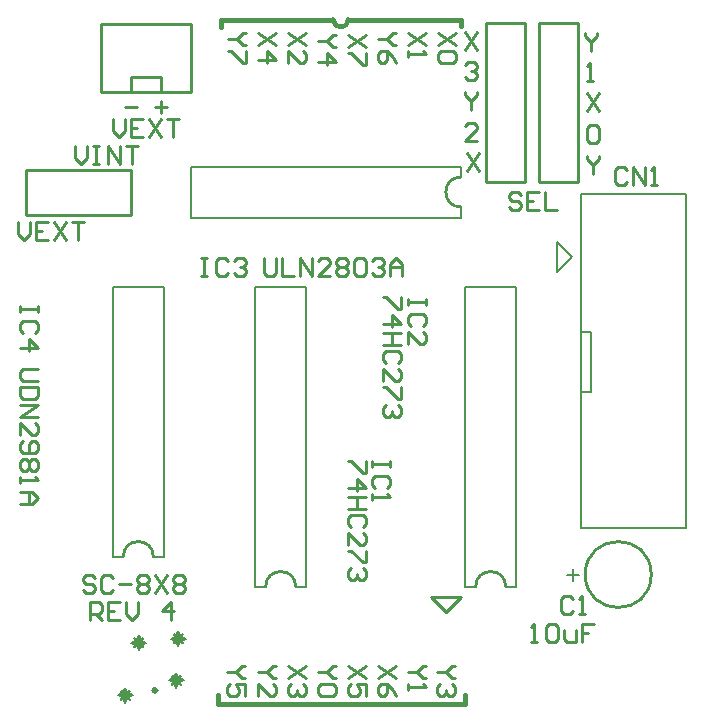
<source format=gto>
G04 Layer_Color=65535*
%FSLAX25Y25*%
%MOIN*%
G70*
G01*
G75*
%ADD12C,0.01500*%
%ADD27C,0.01000*%
%ADD28C,0.00800*%
%ADD29C,0.00600*%
%ADD30C,0.00500*%
D12*
X380000Y420000D02*
G03*
X385000Y420000I2500J0D01*
G01*
X341500Y192000D02*
X424000D01*
X385000Y420000D02*
X422500D01*
Y417875D02*
Y420000D01*
X341500Y192000D02*
Y195000D01*
X424000Y192000D02*
Y193500D01*
Y195000D01*
X342500Y420000D02*
X380000D01*
X342500Y417500D02*
Y420000D01*
D27*
X486000Y235000D02*
G03*
X486000Y235000I-11000J0D01*
G01*
X320000Y241000D02*
G03*
X310000Y241000I-5000J0D01*
G01*
X422500Y367500D02*
G03*
X422500Y357500I0J-5000D01*
G01*
X367500Y231000D02*
G03*
X357500Y231000I-5000J0D01*
G01*
X437500D02*
G03*
X427500Y231000I-5000J0D01*
G01*
X277500Y355000D02*
Y370000D01*
Y355000D02*
X312500D01*
Y370000D01*
X277500D02*
X312500D01*
X417500Y222500D02*
X422500Y227500D01*
X412500D02*
X422500D01*
X412500D02*
X417500Y222500D01*
X448500Y419000D02*
X461500D01*
X448500Y366000D02*
Y419000D01*
Y366000D02*
X461500D01*
Y419000D01*
X444000Y366000D02*
Y419000D01*
X431000Y366000D02*
X444000D01*
X431000D02*
Y419000D01*
X444000D01*
X322500Y396000D02*
Y401000D01*
X312500Y396000D02*
Y401000D01*
X302500Y396000D02*
Y418500D01*
X332500Y396000D02*
Y418500D01*
X312500Y401000D02*
X322500D01*
X302500Y396000D02*
X332500D01*
X302500Y418500D02*
X332500D01*
X477999Y369998D02*
X476999Y370998D01*
X475000D01*
X474000Y369998D01*
Y366000D01*
X475000Y365000D01*
X476999D01*
X477999Y366000D01*
X479998Y365000D02*
Y370998D01*
X483997Y365000D01*
Y370998D01*
X485996Y365000D02*
X487995D01*
X486996D01*
Y370998D01*
X485996Y369998D01*
X446000Y212500D02*
X447999D01*
X447000D01*
Y218498D01*
X446000Y217498D01*
X450998D02*
X451998Y218498D01*
X453997D01*
X454997Y217498D01*
Y213500D01*
X453997Y212500D01*
X451998D01*
X450998Y213500D01*
Y217498D01*
X456996Y216499D02*
Y213500D01*
X457996Y212500D01*
X460995D01*
Y216499D01*
X466993Y218498D02*
X462994D01*
Y215499D01*
X464994D01*
X462994D01*
Y212500D01*
X459999Y226998D02*
X458999Y227998D01*
X457000D01*
X456000Y226998D01*
Y223000D01*
X457000Y222000D01*
X458999D01*
X459999Y223000D01*
X461998Y222000D02*
X463997D01*
X462998D01*
Y227998D01*
X461998Y226998D01*
X390998Y273000D02*
Y269001D01*
X389998D01*
X386000Y273000D01*
X385000D01*
Y264003D02*
X390998D01*
X387999Y267002D01*
Y263003D01*
X390998Y261004D02*
X385000D01*
X387999D01*
Y257005D01*
X390998D01*
X385000D01*
X389998Y251007D02*
X390998Y252007D01*
Y254006D01*
X389998Y255006D01*
X386000D01*
X385000Y254006D01*
Y252007D01*
X386000Y251007D01*
X385000Y245009D02*
Y249008D01*
X388999Y245009D01*
X389998D01*
X390998Y246009D01*
Y248008D01*
X389998Y249008D01*
X390998Y243010D02*
Y239011D01*
X389998D01*
X386000Y243010D01*
X385000D01*
X389998Y237012D02*
X390998Y236012D01*
Y234013D01*
X389998Y233013D01*
X388999D01*
X387999Y234013D01*
Y235012D01*
Y234013D01*
X386999Y233013D01*
X386000D01*
X385000Y234013D01*
Y236012D01*
X386000Y237012D01*
X398998Y273000D02*
Y271001D01*
Y272000D01*
X393000D01*
Y273000D01*
Y271001D01*
X397998Y264003D02*
X398998Y265003D01*
Y267002D01*
X397998Y268002D01*
X394000D01*
X393000Y267002D01*
Y265003D01*
X394000Y264003D01*
X393000Y262004D02*
Y260004D01*
Y261004D01*
X398998D01*
X397998Y262004D01*
X402498Y327500D02*
Y323501D01*
X401498D01*
X397500Y327500D01*
X396500D01*
Y318503D02*
X402498D01*
X399499Y321502D01*
Y317503D01*
X402498Y315504D02*
X396500D01*
X399499D01*
Y311505D01*
X402498D01*
X396500D01*
X401498Y305507D02*
X402498Y306507D01*
Y308506D01*
X401498Y309506D01*
X397500D01*
X396500Y308506D01*
Y306507D01*
X397500Y305507D01*
X396500Y299509D02*
Y303508D01*
X400499Y299509D01*
X401498D01*
X402498Y300509D01*
Y302508D01*
X401498Y303508D01*
X402498Y297510D02*
Y293511D01*
X401498D01*
X397500Y297510D01*
X396500D01*
X401498Y291512D02*
X402498Y290512D01*
Y288513D01*
X401498Y287513D01*
X400499D01*
X399499Y288513D01*
Y289512D01*
Y288513D01*
X398499Y287513D01*
X397500D01*
X396500Y288513D01*
Y290512D01*
X397500Y291512D01*
X410998Y327000D02*
Y325001D01*
Y326000D01*
X405000D01*
Y327000D01*
Y325001D01*
X409998Y318003D02*
X410998Y319003D01*
Y321002D01*
X409998Y322002D01*
X406000D01*
X405000Y321002D01*
Y319003D01*
X406000Y318003D01*
X405000Y312005D02*
Y316004D01*
X408999Y312005D01*
X409998D01*
X410998Y313004D01*
Y315004D01*
X409998Y316004D01*
X357000Y340498D02*
Y335500D01*
X358000Y334500D01*
X359999D01*
X360999Y335500D01*
Y340498D01*
X362998D02*
Y334500D01*
X366997D01*
X368996D02*
Y340498D01*
X372995Y334500D01*
Y340498D01*
X378993Y334500D02*
X374994D01*
X378993Y338499D01*
Y339498D01*
X377993Y340498D01*
X375994D01*
X374994Y339498D01*
X380992D02*
X381992Y340498D01*
X383991D01*
X384991Y339498D01*
Y338499D01*
X383991Y337499D01*
X384991Y336499D01*
Y335500D01*
X383991Y334500D01*
X381992D01*
X380992Y335500D01*
Y336499D01*
X381992Y337499D01*
X380992Y338499D01*
Y339498D01*
X381992Y337499D02*
X383991D01*
X386990Y339498D02*
X387990Y340498D01*
X389989D01*
X390989Y339498D01*
Y335500D01*
X389989Y334500D01*
X387990D01*
X386990Y335500D01*
Y339498D01*
X392988D02*
X393988Y340498D01*
X395987D01*
X396987Y339498D01*
Y338499D01*
X395987Y337499D01*
X394988D01*
X395987D01*
X396987Y336499D01*
Y335500D01*
X395987Y334500D01*
X393988D01*
X392988Y335500D01*
X398986Y334500D02*
Y338499D01*
X400986Y340498D01*
X402985Y338499D01*
Y334500D01*
Y337499D01*
X398986D01*
X336000Y340498D02*
X337999D01*
X337000D01*
Y334500D01*
X336000D01*
X337999D01*
X344997Y339498D02*
X343997Y340498D01*
X341998D01*
X340998Y339498D01*
Y335500D01*
X341998Y334500D01*
X343997D01*
X344997Y335500D01*
X346996Y339498D02*
X347996Y340498D01*
X349995D01*
X350995Y339498D01*
Y338499D01*
X349995Y337499D01*
X348996D01*
X349995D01*
X350995Y336499D01*
Y335500D01*
X349995Y334500D01*
X347996D01*
X346996Y335500D01*
X281498Y303500D02*
X276500D01*
X275500Y302500D01*
Y300501D01*
X276500Y299501D01*
X281498D01*
Y297502D02*
X275500D01*
Y294503D01*
X276500Y293503D01*
X280498D01*
X281498Y294503D01*
Y297502D01*
X275500Y291504D02*
X281498D01*
X275500Y287505D01*
X281498D01*
X275500Y281507D02*
Y285506D01*
X279499Y281507D01*
X280498D01*
X281498Y282507D01*
Y284506D01*
X280498Y285506D01*
X276500Y279508D02*
X275500Y278508D01*
Y276509D01*
X276500Y275509D01*
X280498D01*
X281498Y276509D01*
Y278508D01*
X280498Y279508D01*
X279499D01*
X278499Y278508D01*
Y275509D01*
X280498Y273510D02*
X281498Y272510D01*
Y270511D01*
X280498Y269511D01*
X279499D01*
X278499Y270511D01*
X277499Y269511D01*
X276500D01*
X275500Y270511D01*
Y272510D01*
X276500Y273510D01*
X277499D01*
X278499Y272510D01*
X279499Y273510D01*
X280498D01*
X278499Y272510D02*
Y270511D01*
X275500Y267512D02*
Y265512D01*
Y266512D01*
X281498D01*
X280498Y267512D01*
X275500Y262513D02*
X279499D01*
X281498Y260514D01*
X279499Y258515D01*
X275500D01*
X278499D01*
Y262513D01*
X281498Y324500D02*
Y322501D01*
Y323500D01*
X275500D01*
Y324500D01*
Y322501D01*
X280498Y315503D02*
X281498Y316503D01*
Y318502D01*
X280498Y319502D01*
X276500D01*
X275500Y318502D01*
Y316503D01*
X276500Y315503D01*
X275500Y310505D02*
X281498D01*
X278499Y313504D01*
Y309505D01*
X299000Y220000D02*
Y225998D01*
X301999D01*
X302999Y224998D01*
Y222999D01*
X301999Y221999D01*
X299000D01*
X300999D02*
X302999Y220000D01*
X308997Y225998D02*
X304998D01*
Y220000D01*
X308997D01*
X304998Y222999D02*
X306997D01*
X310996Y225998D02*
Y221999D01*
X312996Y220000D01*
X314995Y221999D01*
Y225998D01*
X325991Y220000D02*
Y225998D01*
X322992Y222999D01*
X326991D01*
X310500Y390999D02*
X314499D01*
X320500D02*
X324499D01*
X322499Y392998D02*
Y389000D01*
X294000Y377998D02*
Y373999D01*
X295999Y372000D01*
X297999Y373999D01*
Y377998D01*
X299998D02*
X301997D01*
X300998D01*
Y372000D01*
X299998D01*
X301997D01*
X304996D02*
Y377998D01*
X308995Y372000D01*
Y377998D01*
X310995D02*
X314993D01*
X312994D01*
Y372000D01*
X275000Y352498D02*
Y348499D01*
X276999Y346500D01*
X278999Y348499D01*
Y352498D01*
X284997D02*
X280998D01*
Y346500D01*
X284997D01*
X280998Y349499D02*
X282997D01*
X286996Y352498D02*
X290995Y346500D01*
Y352498D02*
X286996Y346500D01*
X292994Y352498D02*
X296993D01*
X294993D01*
Y346500D01*
X420998Y415500D02*
X415000Y411501D01*
X420998D02*
X415000Y415500D01*
X419998Y409502D02*
X420998Y408502D01*
Y406503D01*
X419998Y405503D01*
X416000D01*
X415000Y406503D01*
Y408502D01*
X416000Y409502D01*
X419998D01*
X410998Y415500D02*
X405000Y411501D01*
X410998D02*
X405000Y415500D01*
Y409502D02*
Y407503D01*
Y408502D01*
X410998D01*
X409998Y409502D01*
X370998Y415500D02*
X365000Y411501D01*
X370998D02*
X365000Y415500D01*
Y405503D02*
Y409502D01*
X368999Y405503D01*
X369998D01*
X370998Y406503D01*
Y408502D01*
X369998Y409502D01*
X360998Y415500D02*
X355000Y411501D01*
X360998D02*
X355000Y415500D01*
Y406503D02*
X360998D01*
X357999Y409502D01*
Y405503D01*
X390998Y415000D02*
X385000Y411001D01*
X390998D02*
X385000Y415000D01*
X390998Y409002D02*
Y405003D01*
X389998D01*
X386000Y409002D01*
X385000D01*
X380998Y415000D02*
X379998D01*
X377999Y413001D01*
X379998Y411001D01*
X380998D01*
X377999Y413001D02*
X375000D01*
Y406003D02*
X380998D01*
X377999Y409002D01*
Y405003D01*
X350998Y415500D02*
X349998D01*
X347999Y413501D01*
X349998Y411501D01*
X350998D01*
X347999Y413501D02*
X345000D01*
X350998Y409502D02*
Y405503D01*
X349998D01*
X346000Y409502D01*
X345000D01*
X400998Y415500D02*
X399998D01*
X397999Y413501D01*
X399998Y411501D01*
X400998D01*
X397999Y413501D02*
X395000D01*
X400998Y405503D02*
X399998Y407503D01*
X397999Y409502D01*
X396000D01*
X395000Y408502D01*
Y406503D01*
X396000Y405503D01*
X396999D01*
X397999Y406503D01*
Y409502D01*
X370998Y204500D02*
X365000Y200501D01*
X370998D02*
X365000Y204500D01*
X369998Y198502D02*
X370998Y197502D01*
Y195503D01*
X369998Y194503D01*
X368999D01*
X367999Y195503D01*
Y196503D01*
Y195503D01*
X366999Y194503D01*
X366000D01*
X365000Y195503D01*
Y197502D01*
X366000Y198502D01*
X390998Y204500D02*
X385000Y200501D01*
X390998D02*
X385000Y204500D01*
X390998Y194503D02*
Y198502D01*
X387999D01*
X388999Y196503D01*
Y195503D01*
X387999Y194503D01*
X386000D01*
X385000Y195503D01*
Y197502D01*
X386000Y198502D01*
X400998Y204500D02*
X395000Y200501D01*
X400998D02*
X395000Y204500D01*
X400998Y194503D02*
X399998Y196503D01*
X397999Y198502D01*
X396000D01*
X395000Y197502D01*
Y195503D01*
X396000Y194503D01*
X396999D01*
X397999Y195503D01*
Y198502D01*
X380998Y204500D02*
X379998D01*
X377999Y202501D01*
X379998Y200501D01*
X380998D01*
X377999Y202501D02*
X375000D01*
X379998Y198502D02*
X380998Y197502D01*
Y195503D01*
X379998Y194503D01*
X376000D01*
X375000Y195503D01*
Y197502D01*
X376000Y198502D01*
X379998D01*
X410998Y204500D02*
X409998D01*
X407999Y202501D01*
X409998Y200501D01*
X410998D01*
X407999Y202501D02*
X405000D01*
Y198502D02*
Y196503D01*
Y197502D01*
X410998D01*
X409998Y198502D01*
X360998Y204500D02*
X359998D01*
X357999Y202501D01*
X359998Y200501D01*
X360998D01*
X357999Y202501D02*
X355000D01*
Y194503D02*
Y198502D01*
X358999Y194503D01*
X359998D01*
X360998Y195503D01*
Y197502D01*
X359998Y198502D01*
X420498Y204500D02*
X419498D01*
X417499Y202501D01*
X419498Y200501D01*
X420498D01*
X417499Y202501D02*
X414500D01*
X419498Y198502D02*
X420498Y197502D01*
Y195503D01*
X419498Y194503D01*
X418499D01*
X417499Y195503D01*
Y196503D01*
Y195503D01*
X416499Y194503D01*
X415500D01*
X414500Y195503D01*
Y197502D01*
X415500Y198502D01*
X350498Y204500D02*
X349498D01*
X347499Y202501D01*
X349498Y200501D01*
X350498D01*
X347499Y202501D02*
X344500D01*
X350498Y194503D02*
Y198502D01*
X347499D01*
X348499Y196503D01*
Y195503D01*
X347499Y194503D01*
X345500D01*
X344500Y195503D01*
Y197502D01*
X345500Y198502D01*
X300499Y233998D02*
X299499Y234998D01*
X297500D01*
X296500Y233998D01*
Y232999D01*
X297500Y231999D01*
X299499D01*
X300499Y230999D01*
Y230000D01*
X299499Y229000D01*
X297500D01*
X296500Y230000D01*
X306497Y233998D02*
X305497Y234998D01*
X303498D01*
X302498Y233998D01*
Y230000D01*
X303498Y229000D01*
X305497D01*
X306497Y230000D01*
X308496Y231999D02*
X312495D01*
X314494Y233998D02*
X315494Y234998D01*
X317493D01*
X318493Y233998D01*
Y232999D01*
X317493Y231999D01*
X318493Y230999D01*
Y230000D01*
X317493Y229000D01*
X315494D01*
X314494Y230000D01*
Y230999D01*
X315494Y231999D01*
X314494Y232999D01*
Y233998D01*
X315494Y231999D02*
X317493D01*
X320492Y234998D02*
X324491Y229000D01*
Y234998D02*
X320492Y229000D01*
X326490Y233998D02*
X327490Y234998D01*
X329489D01*
X330489Y233998D01*
Y232999D01*
X329489Y231999D01*
X330489Y230999D01*
Y230000D01*
X329489Y229000D01*
X327490D01*
X326490Y230000D01*
Y230999D01*
X327490Y231999D01*
X326490Y232999D01*
Y233998D01*
X327490Y231999D02*
X329489D01*
X424000Y404998D02*
X425000Y405998D01*
X426999D01*
X427999Y404998D01*
Y403999D01*
X426999Y402999D01*
X425999D01*
X426999D01*
X427999Y401999D01*
Y401000D01*
X426999Y400000D01*
X425000D01*
X424000Y401000D01*
X427999Y379500D02*
X424000D01*
X427999Y383499D01*
Y384498D01*
X426999Y385498D01*
X425000D01*
X424000Y384498D01*
X464500Y399500D02*
X466499D01*
X465500D01*
Y405498D01*
X464500Y404498D01*
Y383998D02*
X465500Y384998D01*
X467499D01*
X468499Y383998D01*
Y380000D01*
X467499Y379000D01*
X465500D01*
X464500Y380000D01*
Y383998D01*
X424500Y375498D02*
X428499Y369500D01*
Y375498D02*
X424500Y369500D01*
X464500Y374498D02*
Y373498D01*
X466499Y371499D01*
X468499Y373498D01*
Y374498D01*
X466499Y371499D02*
Y368500D01*
X464500Y395498D02*
X468499Y389500D01*
Y395498D02*
X464500Y389500D01*
X424000Y395998D02*
Y394998D01*
X425999Y392999D01*
X427999Y394998D01*
Y395998D01*
X425999Y392999D02*
Y390000D01*
X464000Y415498D02*
Y414498D01*
X465999Y412499D01*
X467999Y414498D01*
Y415498D01*
X465999Y412499D02*
Y409500D01*
X424000Y415998D02*
X427999Y410000D01*
Y415998D02*
X424000Y410000D01*
X442499Y361498D02*
X441499Y362498D01*
X439500D01*
X438500Y361498D01*
Y360499D01*
X439500Y359499D01*
X441499D01*
X442499Y358499D01*
Y357500D01*
X441499Y356500D01*
X439500D01*
X438500Y357500D01*
X448497Y362498D02*
X444498D01*
Y356500D01*
X448497D01*
X444498Y359499D02*
X446497D01*
X450496Y362498D02*
Y356500D01*
X454495D01*
X306500Y386998D02*
Y382999D01*
X308499Y381000D01*
X310499Y382999D01*
Y386998D01*
X316497D02*
X312498D01*
Y381000D01*
X316497D01*
X312498Y383999D02*
X314497D01*
X318496Y386998D02*
X322495Y381000D01*
Y386998D02*
X318496Y381000D01*
X324494Y386998D02*
X328493D01*
X326494D01*
Y381000D01*
D28*
X323500Y241000D02*
Y331000D01*
X306500D02*
X323500D01*
X306500Y241000D02*
Y331000D01*
Y241000D02*
X310000D01*
X320000D02*
X323500D01*
X422500Y367500D02*
Y371000D01*
Y354000D02*
Y357500D01*
X332500Y354000D02*
X422500D01*
X332500D02*
Y371000D01*
X422500D01*
X367500Y231000D02*
X371000D01*
X354000D02*
X357500D01*
X354000D02*
Y331000D01*
X371000D01*
Y231000D02*
Y331000D01*
X441000Y231000D02*
Y331000D01*
X424000D02*
X441000D01*
X424000Y231000D02*
Y331000D01*
Y231000D02*
X427500D01*
X437500D02*
X441000D01*
X454500Y346000D02*
X459500Y341000D01*
X454500Y336000D02*
Y346000D01*
Y336000D02*
X459500Y341000D01*
X462500Y250500D02*
X497500D01*
X462500Y362000D02*
X497500D01*
X462500Y296000D02*
X466000D01*
Y316000D01*
X462500D02*
X466000D01*
X497500Y250500D02*
Y362000D01*
X462500Y250500D02*
Y362000D01*
X458000Y234999D02*
X461999D01*
X459999Y236998D02*
Y233000D01*
D29*
X319900Y197100D02*
X320500Y196500D01*
X321200Y195800D01*
X320500Y196500D02*
X320600D01*
X319800Y195800D02*
X320500Y196500D01*
Y195500D02*
Y197500D01*
X319500Y196500D02*
X321500D01*
X320600D02*
X321200Y197100D01*
D30*
X308100Y194800D02*
X312100Y196300D01*
X309100Y193300D02*
X310600Y197300D01*
X308100Y194800D02*
X313100D01*
X308100D02*
X312100Y193300D01*
X310600Y197300D02*
X312100Y193300D01*
X309100Y196300D02*
X313100Y194800D01*
X309100Y193300D02*
X313100Y194800D01*
X309100Y196300D02*
X310600Y192300D01*
X312100Y196300D01*
X309100Y193300D02*
X312100Y196300D01*
X309100D02*
X312100Y193300D01*
X310600Y192300D02*
Y197300D01*
X325850Y213550D02*
X329850Y215050D01*
X326850Y212050D02*
X328350Y216050D01*
X325850Y213550D02*
X330850D01*
X325850D02*
X329850Y212050D01*
X328350Y216050D02*
X329850Y212050D01*
X326850Y215050D02*
X330850Y213550D01*
X326850Y212050D02*
X330850Y213550D01*
X326850Y215050D02*
X328350Y211050D01*
X329850Y215050D01*
X326850Y212050D02*
X329850Y215050D01*
X326850D02*
X329850Y212050D01*
X328350Y211050D02*
Y216050D01*
X325100Y199800D02*
X329100Y201300D01*
X326100Y198300D02*
X327600Y202300D01*
X325100Y199800D02*
X330100D01*
X325100D02*
X329100Y198300D01*
X327600Y202300D02*
X329100Y198300D01*
X326100Y201300D02*
X330100Y199800D01*
X326100Y198300D02*
X330100Y199800D01*
X326100Y201300D02*
X327600Y197300D01*
X329100Y201300D01*
X326100Y198300D02*
X329100Y201300D01*
X327600Y197300D02*
Y202300D01*
X312600Y212300D02*
X316600Y213800D01*
X313600Y210800D02*
X315100Y214800D01*
X312600Y212300D02*
X317600D01*
X312600D02*
X316600Y210800D01*
X315100Y214800D02*
X316600Y210800D01*
X313600Y213800D02*
X317600Y212300D01*
X313600Y210800D02*
X317600Y212300D01*
X313600Y213800D02*
X315100Y209800D01*
X316600Y213800D01*
X313600Y210800D02*
X316600Y213800D01*
X313600D02*
X316600Y210800D01*
X315100Y209800D02*
Y214800D01*
X326100Y201300D02*
X329100Y198300D01*
M02*

</source>
